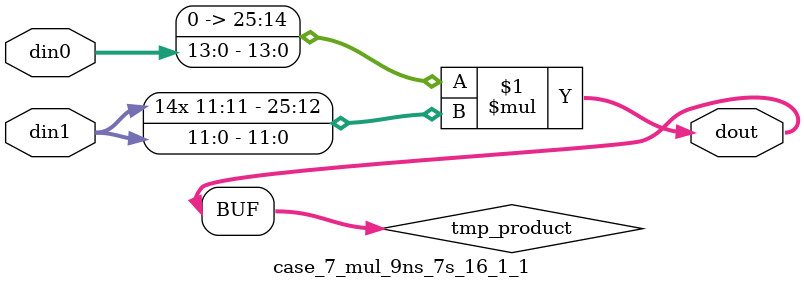
<source format=v>

`timescale 1 ns / 1 ps

 (* use_dsp = "no" *)  module case_7_mul_9ns_7s_16_1_1(din0, din1, dout);
parameter ID = 1;
parameter NUM_STAGE = 0;
parameter din0_WIDTH = 14;
parameter din1_WIDTH = 12;
parameter dout_WIDTH = 26;

input [din0_WIDTH - 1 : 0] din0; 
input [din1_WIDTH - 1 : 0] din1; 
output [dout_WIDTH - 1 : 0] dout;

wire signed [dout_WIDTH - 1 : 0] tmp_product;

























assign tmp_product = $signed({1'b0, din0}) * $signed(din1);










assign dout = tmp_product;





















endmodule

</source>
